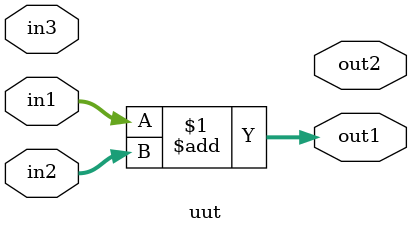
<source format=v>
module uut(in1, in2, in3, out1, out2);

input [8:0] in1, in2, in3;
output [8:0] out1, out2;

   assign out1 = in1 + in2;
   

endmodule

</source>
